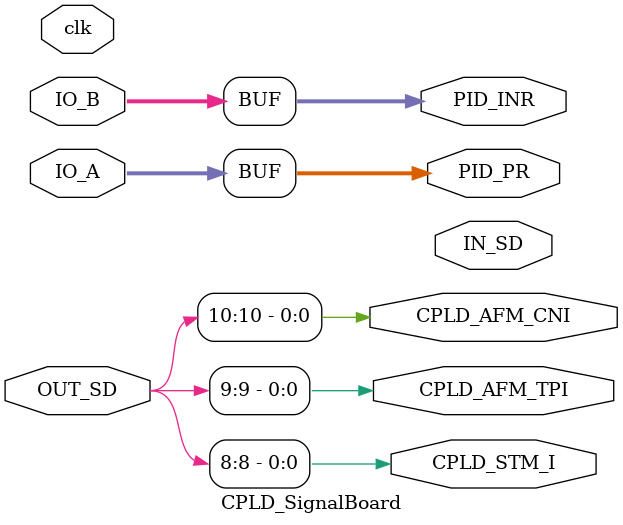
<source format=v>
`timescale 1ns / 1ps
module CPLD_SignalBoard(clk,OUT_SD,IN_SD,IO_A,IO_B,PID_PR,PID_INR,CPLD_STM_I,CPLD_AFM_TPI,CPLD_AFM_CNI);
	input clk; //1M
	input [7:0] IO_A;
	input [7:0] IO_B;
	input [15:8] OUT_SD;

	output [15:8] IN_SD;
   output [7:0] PID_PR;
   output [7:0] PID_INR;
	 
	 output CPLD_STM_I;
	 output CPLD_AFM_TPI;
	 output CPLD_AFM_CNI;
	
	assign CPLD_STM_I = OUT_SD[8];
	assign CPLD_AFM_TPI = OUT_SD[9];
	assign CPLD_AFM_CNI = OUT_SD[10];
	
	assign PID_PR[7:0] =	IO_A[7:0]; //¹â¸ô°åÒÑ¾­½«Êý¾ÝËù´æ£¬´Ë´¦Ö»ÐèÖ±Á¬¼´¿É
	assign PID_INR[7:0] =	IO_B[7:0];

endmodule

</source>
